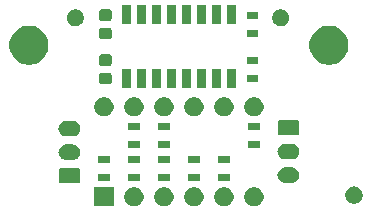
<source format=gbs>
G04 #@! TF.GenerationSoftware,KiCad,Pcbnew,(5.1.6)-1*
G04 #@! TF.CreationDate,2021-03-27T23:13:27-04:00*
G04 #@! TF.ProjectId,tm3130-2481bs,746d3331-3330-42d3-9234-383162732e6b,rev?*
G04 #@! TF.SameCoordinates,Original*
G04 #@! TF.FileFunction,Soldermask,Bot*
G04 #@! TF.FilePolarity,Negative*
%FSLAX46Y46*%
G04 Gerber Fmt 4.6, Leading zero omitted, Abs format (unit mm)*
G04 Created by KiCad (PCBNEW (5.1.6)-1) date 2021-03-27 23:13:27*
%MOMM*%
%LPD*%
G01*
G04 APERTURE LIST*
%ADD10C,0.100000*%
G04 APERTURE END LIST*
D10*
G36*
X141969142Y-56368242D02*
G01*
X142117101Y-56429529D01*
X142250255Y-56518499D01*
X142363501Y-56631745D01*
X142452471Y-56764899D01*
X142513758Y-56912858D01*
X142545000Y-57069925D01*
X142545000Y-57230075D01*
X142513758Y-57387142D01*
X142452471Y-57535101D01*
X142363501Y-57668255D01*
X142250255Y-57781501D01*
X142117101Y-57870471D01*
X141969142Y-57931758D01*
X141812075Y-57963000D01*
X141651925Y-57963000D01*
X141494858Y-57931758D01*
X141346899Y-57870471D01*
X141213745Y-57781501D01*
X141100499Y-57668255D01*
X141011529Y-57535101D01*
X140950242Y-57387142D01*
X140919000Y-57230075D01*
X140919000Y-57069925D01*
X140950242Y-56912858D01*
X141011529Y-56764899D01*
X141100499Y-56631745D01*
X141213745Y-56518499D01*
X141346899Y-56429529D01*
X141494858Y-56368242D01*
X141651925Y-56337000D01*
X141812075Y-56337000D01*
X141969142Y-56368242D01*
G37*
G36*
X139429142Y-56368242D02*
G01*
X139577101Y-56429529D01*
X139710255Y-56518499D01*
X139823501Y-56631745D01*
X139912471Y-56764899D01*
X139973758Y-56912858D01*
X140005000Y-57069925D01*
X140005000Y-57230075D01*
X139973758Y-57387142D01*
X139912471Y-57535101D01*
X139823501Y-57668255D01*
X139710255Y-57781501D01*
X139577101Y-57870471D01*
X139429142Y-57931758D01*
X139272075Y-57963000D01*
X139111925Y-57963000D01*
X138954858Y-57931758D01*
X138806899Y-57870471D01*
X138673745Y-57781501D01*
X138560499Y-57668255D01*
X138471529Y-57535101D01*
X138410242Y-57387142D01*
X138379000Y-57230075D01*
X138379000Y-57069925D01*
X138410242Y-56912858D01*
X138471529Y-56764899D01*
X138560499Y-56631745D01*
X138673745Y-56518499D01*
X138806899Y-56429529D01*
X138954858Y-56368242D01*
X139111925Y-56337000D01*
X139272075Y-56337000D01*
X139429142Y-56368242D01*
G37*
G36*
X129845000Y-57963000D02*
G01*
X128219000Y-57963000D01*
X128219000Y-56337000D01*
X129845000Y-56337000D01*
X129845000Y-57963000D01*
G37*
G36*
X131809142Y-56368242D02*
G01*
X131957101Y-56429529D01*
X132090255Y-56518499D01*
X132203501Y-56631745D01*
X132292471Y-56764899D01*
X132353758Y-56912858D01*
X132385000Y-57069925D01*
X132385000Y-57230075D01*
X132353758Y-57387142D01*
X132292471Y-57535101D01*
X132203501Y-57668255D01*
X132090255Y-57781501D01*
X131957101Y-57870471D01*
X131809142Y-57931758D01*
X131652075Y-57963000D01*
X131491925Y-57963000D01*
X131334858Y-57931758D01*
X131186899Y-57870471D01*
X131053745Y-57781501D01*
X130940499Y-57668255D01*
X130851529Y-57535101D01*
X130790242Y-57387142D01*
X130759000Y-57230075D01*
X130759000Y-57069925D01*
X130790242Y-56912858D01*
X130851529Y-56764899D01*
X130940499Y-56631745D01*
X131053745Y-56518499D01*
X131186899Y-56429529D01*
X131334858Y-56368242D01*
X131491925Y-56337000D01*
X131652075Y-56337000D01*
X131809142Y-56368242D01*
G37*
G36*
X136889142Y-56368242D02*
G01*
X137037101Y-56429529D01*
X137170255Y-56518499D01*
X137283501Y-56631745D01*
X137372471Y-56764899D01*
X137433758Y-56912858D01*
X137465000Y-57069925D01*
X137465000Y-57230075D01*
X137433758Y-57387142D01*
X137372471Y-57535101D01*
X137283501Y-57668255D01*
X137170255Y-57781501D01*
X137037101Y-57870471D01*
X136889142Y-57931758D01*
X136732075Y-57963000D01*
X136571925Y-57963000D01*
X136414858Y-57931758D01*
X136266899Y-57870471D01*
X136133745Y-57781501D01*
X136020499Y-57668255D01*
X135931529Y-57535101D01*
X135870242Y-57387142D01*
X135839000Y-57230075D01*
X135839000Y-57069925D01*
X135870242Y-56912858D01*
X135931529Y-56764899D01*
X136020499Y-56631745D01*
X136133745Y-56518499D01*
X136266899Y-56429529D01*
X136414858Y-56368242D01*
X136571925Y-56337000D01*
X136732075Y-56337000D01*
X136889142Y-56368242D01*
G37*
G36*
X134349142Y-56368242D02*
G01*
X134497101Y-56429529D01*
X134630255Y-56518499D01*
X134743501Y-56631745D01*
X134832471Y-56764899D01*
X134893758Y-56912858D01*
X134925000Y-57069925D01*
X134925000Y-57230075D01*
X134893758Y-57387142D01*
X134832471Y-57535101D01*
X134743501Y-57668255D01*
X134630255Y-57781501D01*
X134497101Y-57870471D01*
X134349142Y-57931758D01*
X134192075Y-57963000D01*
X134031925Y-57963000D01*
X133874858Y-57931758D01*
X133726899Y-57870471D01*
X133593745Y-57781501D01*
X133480499Y-57668255D01*
X133391529Y-57535101D01*
X133330242Y-57387142D01*
X133299000Y-57230075D01*
X133299000Y-57069925D01*
X133330242Y-56912858D01*
X133391529Y-56764899D01*
X133480499Y-56631745D01*
X133593745Y-56518499D01*
X133726899Y-56429529D01*
X133874858Y-56368242D01*
X134031925Y-56337000D01*
X134192075Y-56337000D01*
X134349142Y-56368242D01*
G37*
G36*
X150341246Y-56289912D02*
G01*
X150411183Y-56303823D01*
X150465759Y-56326429D01*
X150542942Y-56358399D01*
X150661522Y-56437632D01*
X150762368Y-56538478D01*
X150841601Y-56657058D01*
X150896177Y-56788818D01*
X150920851Y-56912858D01*
X150924000Y-56928692D01*
X150924000Y-57071308D01*
X150896177Y-57211183D01*
X150873571Y-57265759D01*
X150841601Y-57342942D01*
X150762368Y-57461522D01*
X150661522Y-57562368D01*
X150542942Y-57641601D01*
X150478588Y-57668257D01*
X150411183Y-57696177D01*
X150341246Y-57710088D01*
X150271309Y-57724000D01*
X150128691Y-57724000D01*
X150058754Y-57710088D01*
X149988817Y-57696177D01*
X149921412Y-57668257D01*
X149857058Y-57641601D01*
X149738478Y-57562368D01*
X149637632Y-57461522D01*
X149558399Y-57342942D01*
X149526429Y-57265759D01*
X149503823Y-57211183D01*
X149476000Y-57071308D01*
X149476000Y-56928692D01*
X149479150Y-56912858D01*
X149503823Y-56788818D01*
X149558399Y-56657058D01*
X149637632Y-56538478D01*
X149738478Y-56437632D01*
X149857058Y-56358399D01*
X149934241Y-56326429D01*
X149988817Y-56303823D01*
X150058754Y-56289912D01*
X150128691Y-56276000D01*
X150271309Y-56276000D01*
X150341246Y-56289912D01*
G37*
G36*
X126877242Y-54725404D02*
G01*
X126914337Y-54736657D01*
X126948515Y-54754925D01*
X126978481Y-54779519D01*
X127003075Y-54809485D01*
X127021343Y-54843663D01*
X127032596Y-54880758D01*
X127037000Y-54925474D01*
X127037000Y-55818526D01*
X127032596Y-55863242D01*
X127021343Y-55900337D01*
X127003075Y-55934515D01*
X126978481Y-55964481D01*
X126948515Y-55989075D01*
X126914337Y-56007343D01*
X126877242Y-56018596D01*
X126832526Y-56023000D01*
X125389474Y-56023000D01*
X125344758Y-56018596D01*
X125307663Y-56007343D01*
X125273485Y-55989075D01*
X125243519Y-55964481D01*
X125218925Y-55934515D01*
X125200657Y-55900337D01*
X125189404Y-55863242D01*
X125185000Y-55818526D01*
X125185000Y-54925474D01*
X125189404Y-54880758D01*
X125200657Y-54843663D01*
X125218925Y-54809485D01*
X125243519Y-54779519D01*
X125273485Y-54754925D01*
X125307663Y-54736657D01*
X125344758Y-54725404D01*
X125389474Y-54721000D01*
X126832526Y-54721000D01*
X126877242Y-54725404D01*
G37*
G36*
X144991855Y-54660140D02*
G01*
X145055618Y-54666420D01*
X145146404Y-54693960D01*
X145178336Y-54703646D01*
X145291425Y-54764094D01*
X145390554Y-54845446D01*
X145471906Y-54944575D01*
X145532354Y-55057664D01*
X145532355Y-55057668D01*
X145569580Y-55180382D01*
X145582149Y-55308000D01*
X145569580Y-55435618D01*
X145542040Y-55526404D01*
X145532354Y-55558336D01*
X145471906Y-55671425D01*
X145390554Y-55770554D01*
X145291425Y-55851906D01*
X145178336Y-55912354D01*
X145146404Y-55922040D01*
X145055618Y-55949580D01*
X144991855Y-55955860D01*
X144959974Y-55959000D01*
X144346026Y-55959000D01*
X144314145Y-55955860D01*
X144250382Y-55949580D01*
X144159596Y-55922040D01*
X144127664Y-55912354D01*
X144014575Y-55851906D01*
X143915446Y-55770554D01*
X143834094Y-55671425D01*
X143773646Y-55558336D01*
X143763960Y-55526404D01*
X143736420Y-55435618D01*
X143723851Y-55308000D01*
X143736420Y-55180382D01*
X143773645Y-55057668D01*
X143773646Y-55057664D01*
X143834094Y-54944575D01*
X143915446Y-54845446D01*
X144014575Y-54764094D01*
X144127664Y-54703646D01*
X144159596Y-54693960D01*
X144250382Y-54666420D01*
X144314145Y-54660140D01*
X144346026Y-54657000D01*
X144959974Y-54657000D01*
X144991855Y-54660140D01*
G37*
G36*
X129533000Y-55788000D02*
G01*
X128531000Y-55788000D01*
X128531000Y-55186000D01*
X129533000Y-55186000D01*
X129533000Y-55788000D01*
G37*
G36*
X132073000Y-55788000D02*
G01*
X131071000Y-55788000D01*
X131071000Y-55186000D01*
X132073000Y-55186000D01*
X132073000Y-55788000D01*
G37*
G36*
X134613000Y-55788000D02*
G01*
X133611000Y-55788000D01*
X133611000Y-55186000D01*
X134613000Y-55186000D01*
X134613000Y-55788000D01*
G37*
G36*
X137153000Y-55788000D02*
G01*
X136151000Y-55788000D01*
X136151000Y-55186000D01*
X137153000Y-55186000D01*
X137153000Y-55788000D01*
G37*
G36*
X139693000Y-55788000D02*
G01*
X138691000Y-55788000D01*
X138691000Y-55186000D01*
X139693000Y-55186000D01*
X139693000Y-55788000D01*
G37*
G36*
X134613000Y-54288000D02*
G01*
X133611000Y-54288000D01*
X133611000Y-53686000D01*
X134613000Y-53686000D01*
X134613000Y-54288000D01*
G37*
G36*
X139693000Y-54288000D02*
G01*
X138691000Y-54288000D01*
X138691000Y-53686000D01*
X139693000Y-53686000D01*
X139693000Y-54288000D01*
G37*
G36*
X129533000Y-54288000D02*
G01*
X128531000Y-54288000D01*
X128531000Y-53686000D01*
X129533000Y-53686000D01*
X129533000Y-54288000D01*
G37*
G36*
X132073000Y-54288000D02*
G01*
X131071000Y-54288000D01*
X131071000Y-53686000D01*
X132073000Y-53686000D01*
X132073000Y-54288000D01*
G37*
G36*
X137153000Y-54288000D02*
G01*
X136151000Y-54288000D01*
X136151000Y-53686000D01*
X137153000Y-53686000D01*
X137153000Y-54288000D01*
G37*
G36*
X126449855Y-52724140D02*
G01*
X126513618Y-52730420D01*
X126604404Y-52757960D01*
X126636336Y-52767646D01*
X126749425Y-52828094D01*
X126848554Y-52909446D01*
X126929906Y-53008575D01*
X126990354Y-53121664D01*
X126990355Y-53121668D01*
X127027580Y-53244382D01*
X127040149Y-53372000D01*
X127027580Y-53499618D01*
X127009769Y-53558332D01*
X126990354Y-53622336D01*
X126929906Y-53735425D01*
X126848554Y-53834554D01*
X126749425Y-53915906D01*
X126636336Y-53976354D01*
X126604404Y-53986040D01*
X126513618Y-54013580D01*
X126449855Y-54019860D01*
X126417974Y-54023000D01*
X125804026Y-54023000D01*
X125772145Y-54019860D01*
X125708382Y-54013580D01*
X125617596Y-53986040D01*
X125585664Y-53976354D01*
X125472575Y-53915906D01*
X125373446Y-53834554D01*
X125292094Y-53735425D01*
X125231646Y-53622336D01*
X125212231Y-53558332D01*
X125194420Y-53499618D01*
X125181851Y-53372000D01*
X125194420Y-53244382D01*
X125231645Y-53121668D01*
X125231646Y-53121664D01*
X125292094Y-53008575D01*
X125373446Y-52909446D01*
X125472575Y-52828094D01*
X125585664Y-52767646D01*
X125617596Y-52757960D01*
X125708382Y-52730420D01*
X125772145Y-52724140D01*
X125804026Y-52721000D01*
X126417974Y-52721000D01*
X126449855Y-52724140D01*
G37*
G36*
X144991855Y-52660140D02*
G01*
X145055618Y-52666420D01*
X145146404Y-52693960D01*
X145178336Y-52703646D01*
X145291425Y-52764094D01*
X145390554Y-52845446D01*
X145471906Y-52944575D01*
X145532354Y-53057664D01*
X145532355Y-53057668D01*
X145569580Y-53180382D01*
X145582149Y-53308000D01*
X145569580Y-53435618D01*
X145550166Y-53499616D01*
X145532354Y-53558336D01*
X145471906Y-53671425D01*
X145390554Y-53770554D01*
X145291425Y-53851906D01*
X145178336Y-53912354D01*
X145166626Y-53915906D01*
X145055618Y-53949580D01*
X144991855Y-53955860D01*
X144959974Y-53959000D01*
X144346026Y-53959000D01*
X144314145Y-53955860D01*
X144250382Y-53949580D01*
X144139374Y-53915906D01*
X144127664Y-53912354D01*
X144014575Y-53851906D01*
X143915446Y-53770554D01*
X143834094Y-53671425D01*
X143773646Y-53558336D01*
X143755834Y-53499616D01*
X143736420Y-53435618D01*
X143723851Y-53308000D01*
X143736420Y-53180382D01*
X143773645Y-53057668D01*
X143773646Y-53057664D01*
X143834094Y-52944575D01*
X143915446Y-52845446D01*
X144014575Y-52764094D01*
X144127664Y-52703646D01*
X144159596Y-52693960D01*
X144250382Y-52666420D01*
X144314145Y-52660140D01*
X144346026Y-52657000D01*
X144959974Y-52657000D01*
X144991855Y-52660140D01*
G37*
G36*
X142233000Y-52994000D02*
G01*
X141231000Y-52994000D01*
X141231000Y-52392000D01*
X142233000Y-52392000D01*
X142233000Y-52994000D01*
G37*
G36*
X132073000Y-52994000D02*
G01*
X131071000Y-52994000D01*
X131071000Y-52392000D01*
X132073000Y-52392000D01*
X132073000Y-52994000D01*
G37*
G36*
X134613000Y-52994000D02*
G01*
X133611000Y-52994000D01*
X133611000Y-52392000D01*
X134613000Y-52392000D01*
X134613000Y-52994000D01*
G37*
G36*
X126449855Y-50724140D02*
G01*
X126513618Y-50730420D01*
X126563280Y-50745485D01*
X126636336Y-50767646D01*
X126749425Y-50828094D01*
X126848554Y-50909446D01*
X126929906Y-51008575D01*
X126990354Y-51121664D01*
X126990355Y-51121668D01*
X127027580Y-51244382D01*
X127040149Y-51372000D01*
X127027580Y-51499618D01*
X127000040Y-51590404D01*
X126990354Y-51622336D01*
X126929906Y-51735425D01*
X126848554Y-51834554D01*
X126749425Y-51915906D01*
X126636336Y-51976354D01*
X126604404Y-51986040D01*
X126513618Y-52013580D01*
X126449855Y-52019860D01*
X126417974Y-52023000D01*
X125804026Y-52023000D01*
X125772145Y-52019860D01*
X125708382Y-52013580D01*
X125617596Y-51986040D01*
X125585664Y-51976354D01*
X125472575Y-51915906D01*
X125373446Y-51834554D01*
X125292094Y-51735425D01*
X125231646Y-51622336D01*
X125221960Y-51590404D01*
X125194420Y-51499618D01*
X125181851Y-51372000D01*
X125194420Y-51244382D01*
X125231645Y-51121668D01*
X125231646Y-51121664D01*
X125292094Y-51008575D01*
X125373446Y-50909446D01*
X125472575Y-50828094D01*
X125585664Y-50767646D01*
X125658720Y-50745485D01*
X125708382Y-50730420D01*
X125772145Y-50724140D01*
X125804026Y-50721000D01*
X126417974Y-50721000D01*
X126449855Y-50724140D01*
G37*
G36*
X145419242Y-50661404D02*
G01*
X145456337Y-50672657D01*
X145490515Y-50690925D01*
X145520481Y-50715519D01*
X145545075Y-50745485D01*
X145563343Y-50779663D01*
X145574596Y-50816758D01*
X145579000Y-50861474D01*
X145579000Y-51754526D01*
X145574596Y-51799242D01*
X145563343Y-51836337D01*
X145545075Y-51870515D01*
X145520481Y-51900481D01*
X145490515Y-51925075D01*
X145456337Y-51943343D01*
X145419242Y-51954596D01*
X145374526Y-51959000D01*
X143931474Y-51959000D01*
X143886758Y-51954596D01*
X143849663Y-51943343D01*
X143815485Y-51925075D01*
X143785519Y-51900481D01*
X143760925Y-51870515D01*
X143742657Y-51836337D01*
X143731404Y-51799242D01*
X143727000Y-51754526D01*
X143727000Y-50861474D01*
X143731404Y-50816758D01*
X143742657Y-50779663D01*
X143760925Y-50745485D01*
X143785519Y-50715519D01*
X143815485Y-50690925D01*
X143849663Y-50672657D01*
X143886758Y-50661404D01*
X143931474Y-50657000D01*
X145374526Y-50657000D01*
X145419242Y-50661404D01*
G37*
G36*
X132073000Y-51494000D02*
G01*
X131071000Y-51494000D01*
X131071000Y-50892000D01*
X132073000Y-50892000D01*
X132073000Y-51494000D01*
G37*
G36*
X142233000Y-51494000D02*
G01*
X141231000Y-51494000D01*
X141231000Y-50892000D01*
X142233000Y-50892000D01*
X142233000Y-51494000D01*
G37*
G36*
X134613000Y-51494000D02*
G01*
X133611000Y-51494000D01*
X133611000Y-50892000D01*
X134613000Y-50892000D01*
X134613000Y-51494000D01*
G37*
G36*
X131809142Y-48748242D02*
G01*
X131957101Y-48809529D01*
X132090255Y-48898499D01*
X132203501Y-49011745D01*
X132292471Y-49144899D01*
X132353758Y-49292858D01*
X132385000Y-49449925D01*
X132385000Y-49610075D01*
X132353758Y-49767142D01*
X132292471Y-49915101D01*
X132203501Y-50048255D01*
X132090255Y-50161501D01*
X131957101Y-50250471D01*
X131809142Y-50311758D01*
X131652075Y-50343000D01*
X131491925Y-50343000D01*
X131334858Y-50311758D01*
X131186899Y-50250471D01*
X131053745Y-50161501D01*
X130940499Y-50048255D01*
X130851529Y-49915101D01*
X130790242Y-49767142D01*
X130759000Y-49610075D01*
X130759000Y-49449925D01*
X130790242Y-49292858D01*
X130851529Y-49144899D01*
X130940499Y-49011745D01*
X131053745Y-48898499D01*
X131186899Y-48809529D01*
X131334858Y-48748242D01*
X131491925Y-48717000D01*
X131652075Y-48717000D01*
X131809142Y-48748242D01*
G37*
G36*
X134349142Y-48748242D02*
G01*
X134497101Y-48809529D01*
X134630255Y-48898499D01*
X134743501Y-49011745D01*
X134832471Y-49144899D01*
X134893758Y-49292858D01*
X134925000Y-49449925D01*
X134925000Y-49610075D01*
X134893758Y-49767142D01*
X134832471Y-49915101D01*
X134743501Y-50048255D01*
X134630255Y-50161501D01*
X134497101Y-50250471D01*
X134349142Y-50311758D01*
X134192075Y-50343000D01*
X134031925Y-50343000D01*
X133874858Y-50311758D01*
X133726899Y-50250471D01*
X133593745Y-50161501D01*
X133480499Y-50048255D01*
X133391529Y-49915101D01*
X133330242Y-49767142D01*
X133299000Y-49610075D01*
X133299000Y-49449925D01*
X133330242Y-49292858D01*
X133391529Y-49144899D01*
X133480499Y-49011745D01*
X133593745Y-48898499D01*
X133726899Y-48809529D01*
X133874858Y-48748242D01*
X134031925Y-48717000D01*
X134192075Y-48717000D01*
X134349142Y-48748242D01*
G37*
G36*
X129269142Y-48748242D02*
G01*
X129417101Y-48809529D01*
X129550255Y-48898499D01*
X129663501Y-49011745D01*
X129752471Y-49144899D01*
X129813758Y-49292858D01*
X129845000Y-49449925D01*
X129845000Y-49610075D01*
X129813758Y-49767142D01*
X129752471Y-49915101D01*
X129663501Y-50048255D01*
X129550255Y-50161501D01*
X129417101Y-50250471D01*
X129269142Y-50311758D01*
X129112075Y-50343000D01*
X128951925Y-50343000D01*
X128794858Y-50311758D01*
X128646899Y-50250471D01*
X128513745Y-50161501D01*
X128400499Y-50048255D01*
X128311529Y-49915101D01*
X128250242Y-49767142D01*
X128219000Y-49610075D01*
X128219000Y-49449925D01*
X128250242Y-49292858D01*
X128311529Y-49144899D01*
X128400499Y-49011745D01*
X128513745Y-48898499D01*
X128646899Y-48809529D01*
X128794858Y-48748242D01*
X128951925Y-48717000D01*
X129112075Y-48717000D01*
X129269142Y-48748242D01*
G37*
G36*
X139429142Y-48748242D02*
G01*
X139577101Y-48809529D01*
X139710255Y-48898499D01*
X139823501Y-49011745D01*
X139912471Y-49144899D01*
X139973758Y-49292858D01*
X140005000Y-49449925D01*
X140005000Y-49610075D01*
X139973758Y-49767142D01*
X139912471Y-49915101D01*
X139823501Y-50048255D01*
X139710255Y-50161501D01*
X139577101Y-50250471D01*
X139429142Y-50311758D01*
X139272075Y-50343000D01*
X139111925Y-50343000D01*
X138954858Y-50311758D01*
X138806899Y-50250471D01*
X138673745Y-50161501D01*
X138560499Y-50048255D01*
X138471529Y-49915101D01*
X138410242Y-49767142D01*
X138379000Y-49610075D01*
X138379000Y-49449925D01*
X138410242Y-49292858D01*
X138471529Y-49144899D01*
X138560499Y-49011745D01*
X138673745Y-48898499D01*
X138806899Y-48809529D01*
X138954858Y-48748242D01*
X139111925Y-48717000D01*
X139272075Y-48717000D01*
X139429142Y-48748242D01*
G37*
G36*
X141969142Y-48748242D02*
G01*
X142117101Y-48809529D01*
X142250255Y-48898499D01*
X142363501Y-49011745D01*
X142452471Y-49144899D01*
X142513758Y-49292858D01*
X142545000Y-49449925D01*
X142545000Y-49610075D01*
X142513758Y-49767142D01*
X142452471Y-49915101D01*
X142363501Y-50048255D01*
X142250255Y-50161501D01*
X142117101Y-50250471D01*
X141969142Y-50311758D01*
X141812075Y-50343000D01*
X141651925Y-50343000D01*
X141494858Y-50311758D01*
X141346899Y-50250471D01*
X141213745Y-50161501D01*
X141100499Y-50048255D01*
X141011529Y-49915101D01*
X140950242Y-49767142D01*
X140919000Y-49610075D01*
X140919000Y-49449925D01*
X140950242Y-49292858D01*
X141011529Y-49144899D01*
X141100499Y-49011745D01*
X141213745Y-48898499D01*
X141346899Y-48809529D01*
X141494858Y-48748242D01*
X141651925Y-48717000D01*
X141812075Y-48717000D01*
X141969142Y-48748242D01*
G37*
G36*
X136889142Y-48748242D02*
G01*
X137037101Y-48809529D01*
X137170255Y-48898499D01*
X137283501Y-49011745D01*
X137372471Y-49144899D01*
X137433758Y-49292858D01*
X137465000Y-49449925D01*
X137465000Y-49610075D01*
X137433758Y-49767142D01*
X137372471Y-49915101D01*
X137283501Y-50048255D01*
X137170255Y-50161501D01*
X137037101Y-50250471D01*
X136889142Y-50311758D01*
X136732075Y-50343000D01*
X136571925Y-50343000D01*
X136414858Y-50311758D01*
X136266899Y-50250471D01*
X136133745Y-50161501D01*
X136020499Y-50048255D01*
X135931529Y-49915101D01*
X135870242Y-49767142D01*
X135839000Y-49610075D01*
X135839000Y-49449925D01*
X135870242Y-49292858D01*
X135931529Y-49144899D01*
X136020499Y-49011745D01*
X136133745Y-48898499D01*
X136266899Y-48809529D01*
X136414858Y-48748242D01*
X136571925Y-48717000D01*
X136732075Y-48717000D01*
X136889142Y-48748242D01*
G37*
G36*
X135098000Y-47951000D02*
G01*
X134396000Y-47951000D01*
X134396000Y-46349000D01*
X135098000Y-46349000D01*
X135098000Y-47951000D01*
G37*
G36*
X133828000Y-47951000D02*
G01*
X133126000Y-47951000D01*
X133126000Y-46349000D01*
X133828000Y-46349000D01*
X133828000Y-47951000D01*
G37*
G36*
X132558000Y-47951000D02*
G01*
X131856000Y-47951000D01*
X131856000Y-46349000D01*
X132558000Y-46349000D01*
X132558000Y-47951000D01*
G37*
G36*
X131288000Y-47951000D02*
G01*
X130586000Y-47951000D01*
X130586000Y-46349000D01*
X131288000Y-46349000D01*
X131288000Y-47951000D01*
G37*
G36*
X140178000Y-47951000D02*
G01*
X139476000Y-47951000D01*
X139476000Y-46349000D01*
X140178000Y-46349000D01*
X140178000Y-47951000D01*
G37*
G36*
X136368000Y-47951000D02*
G01*
X135666000Y-47951000D01*
X135666000Y-46349000D01*
X136368000Y-46349000D01*
X136368000Y-47951000D01*
G37*
G36*
X137638000Y-47951000D02*
G01*
X136936000Y-47951000D01*
X136936000Y-46349000D01*
X137638000Y-46349000D01*
X137638000Y-47951000D01*
G37*
G36*
X138908000Y-47951000D02*
G01*
X138206000Y-47951000D01*
X138206000Y-46349000D01*
X138908000Y-46349000D01*
X138908000Y-47951000D01*
G37*
G36*
X129538591Y-46658085D02*
G01*
X129572569Y-46668393D01*
X129603890Y-46685134D01*
X129631339Y-46707661D01*
X129653866Y-46735110D01*
X129670607Y-46766431D01*
X129680915Y-46800409D01*
X129685000Y-46841890D01*
X129685000Y-47443110D01*
X129680915Y-47484591D01*
X129670607Y-47518569D01*
X129653866Y-47549890D01*
X129631339Y-47577339D01*
X129603890Y-47599866D01*
X129572569Y-47616607D01*
X129538591Y-47626915D01*
X129497110Y-47631000D01*
X128820890Y-47631000D01*
X128779409Y-47626915D01*
X128745431Y-47616607D01*
X128714110Y-47599866D01*
X128686661Y-47577339D01*
X128664134Y-47549890D01*
X128647393Y-47518569D01*
X128637085Y-47484591D01*
X128633000Y-47443110D01*
X128633000Y-46841890D01*
X128637085Y-46800409D01*
X128647393Y-46766431D01*
X128664134Y-46735110D01*
X128686661Y-46707661D01*
X128714110Y-46685134D01*
X128745431Y-46668393D01*
X128779409Y-46658085D01*
X128820890Y-46654000D01*
X129497110Y-46654000D01*
X129538591Y-46658085D01*
G37*
G36*
X142106000Y-47406000D02*
G01*
X141104000Y-47406000D01*
X141104000Y-46804000D01*
X142106000Y-46804000D01*
X142106000Y-47406000D01*
G37*
G36*
X129538591Y-45083085D02*
G01*
X129572569Y-45093393D01*
X129603890Y-45110134D01*
X129631339Y-45132661D01*
X129653866Y-45160110D01*
X129670607Y-45191431D01*
X129680915Y-45225409D01*
X129685000Y-45266890D01*
X129685000Y-45868110D01*
X129680915Y-45909591D01*
X129670607Y-45943569D01*
X129653866Y-45974890D01*
X129631339Y-46002339D01*
X129603890Y-46024866D01*
X129572569Y-46041607D01*
X129538591Y-46051915D01*
X129497110Y-46056000D01*
X128820890Y-46056000D01*
X128779409Y-46051915D01*
X128745431Y-46041607D01*
X128714110Y-46024866D01*
X128686661Y-46002339D01*
X128664134Y-45974890D01*
X128647393Y-45943569D01*
X128637085Y-45909591D01*
X128633000Y-45868110D01*
X128633000Y-45266890D01*
X128637085Y-45225409D01*
X128647393Y-45191431D01*
X128664134Y-45160110D01*
X128686661Y-45132661D01*
X128714110Y-45110134D01*
X128745431Y-45093393D01*
X128779409Y-45083085D01*
X128820890Y-45079000D01*
X129497110Y-45079000D01*
X129538591Y-45083085D01*
G37*
G36*
X123057256Y-42714298D02*
G01*
X123163579Y-42735447D01*
X123464042Y-42859903D01*
X123734451Y-43040585D01*
X123964415Y-43270549D01*
X124145097Y-43540958D01*
X124269553Y-43841421D01*
X124333000Y-44160391D01*
X124333000Y-44485609D01*
X124269553Y-44804579D01*
X124145097Y-45105042D01*
X123964415Y-45375451D01*
X123734451Y-45605415D01*
X123464042Y-45786097D01*
X123163579Y-45910553D01*
X123057256Y-45931702D01*
X122844611Y-45974000D01*
X122519389Y-45974000D01*
X122306744Y-45931702D01*
X122200421Y-45910553D01*
X121899958Y-45786097D01*
X121629549Y-45605415D01*
X121399585Y-45375451D01*
X121218903Y-45105042D01*
X121094447Y-44804579D01*
X121031000Y-44485609D01*
X121031000Y-44160391D01*
X121094447Y-43841421D01*
X121218903Y-43540958D01*
X121399585Y-43270549D01*
X121629549Y-43040585D01*
X121899958Y-42859903D01*
X122200421Y-42735447D01*
X122306744Y-42714298D01*
X122519389Y-42672000D01*
X122844611Y-42672000D01*
X123057256Y-42714298D01*
G37*
G36*
X148457256Y-42714298D02*
G01*
X148563579Y-42735447D01*
X148864042Y-42859903D01*
X149134451Y-43040585D01*
X149364415Y-43270549D01*
X149545097Y-43540958D01*
X149669553Y-43841421D01*
X149733000Y-44160391D01*
X149733000Y-44485609D01*
X149669553Y-44804579D01*
X149545097Y-45105042D01*
X149364415Y-45375451D01*
X149134451Y-45605415D01*
X148864042Y-45786097D01*
X148563579Y-45910553D01*
X148457256Y-45931702D01*
X148244611Y-45974000D01*
X147919389Y-45974000D01*
X147706744Y-45931702D01*
X147600421Y-45910553D01*
X147299958Y-45786097D01*
X147029549Y-45605415D01*
X146799585Y-45375451D01*
X146618903Y-45105042D01*
X146494447Y-44804579D01*
X146431000Y-44485609D01*
X146431000Y-44160391D01*
X146494447Y-43841421D01*
X146618903Y-43540958D01*
X146799585Y-43270549D01*
X147029549Y-43040585D01*
X147299958Y-42859903D01*
X147600421Y-42735447D01*
X147706744Y-42714298D01*
X147919389Y-42672000D01*
X148244611Y-42672000D01*
X148457256Y-42714298D01*
G37*
G36*
X142106000Y-45906000D02*
G01*
X141104000Y-45906000D01*
X141104000Y-45304000D01*
X142106000Y-45304000D01*
X142106000Y-45906000D01*
G37*
G36*
X129538591Y-42848085D02*
G01*
X129572569Y-42858393D01*
X129603890Y-42875134D01*
X129631339Y-42897661D01*
X129653866Y-42925110D01*
X129670607Y-42956431D01*
X129680915Y-42990409D01*
X129685000Y-43031890D01*
X129685000Y-43633110D01*
X129680915Y-43674591D01*
X129670607Y-43708569D01*
X129653866Y-43739890D01*
X129631339Y-43767339D01*
X129603890Y-43789866D01*
X129572569Y-43806607D01*
X129538591Y-43816915D01*
X129497110Y-43821000D01*
X128820890Y-43821000D01*
X128779409Y-43816915D01*
X128745431Y-43806607D01*
X128714110Y-43789866D01*
X128686661Y-43767339D01*
X128664134Y-43739890D01*
X128647393Y-43708569D01*
X128637085Y-43674591D01*
X128633000Y-43633110D01*
X128633000Y-43031890D01*
X128637085Y-42990409D01*
X128647393Y-42956431D01*
X128664134Y-42925110D01*
X128686661Y-42897661D01*
X128714110Y-42875134D01*
X128745431Y-42858393D01*
X128779409Y-42848085D01*
X128820890Y-42844000D01*
X129497110Y-42844000D01*
X129538591Y-42848085D01*
G37*
G36*
X142106000Y-43596000D02*
G01*
X141104000Y-43596000D01*
X141104000Y-42994000D01*
X142106000Y-42994000D01*
X142106000Y-43596000D01*
G37*
G36*
X126708475Y-41283393D02*
G01*
X126811183Y-41303823D01*
X126826491Y-41310164D01*
X126942942Y-41358399D01*
X127061522Y-41437632D01*
X127162368Y-41538478D01*
X127241601Y-41657058D01*
X127296177Y-41788818D01*
X127324000Y-41928691D01*
X127324000Y-42071309D01*
X127318374Y-42099591D01*
X127297440Y-42204836D01*
X127296177Y-42211182D01*
X127241601Y-42342942D01*
X127162368Y-42461522D01*
X127061522Y-42562368D01*
X126942942Y-42641601D01*
X126869551Y-42672000D01*
X126811183Y-42696177D01*
X126741246Y-42710088D01*
X126671309Y-42724000D01*
X126528691Y-42724000D01*
X126458755Y-42710089D01*
X126388817Y-42696177D01*
X126330449Y-42672000D01*
X126257058Y-42641601D01*
X126138478Y-42562368D01*
X126037632Y-42461522D01*
X125958399Y-42342942D01*
X125903823Y-42211182D01*
X125902561Y-42204836D01*
X125881626Y-42099591D01*
X125876000Y-42071309D01*
X125876000Y-41928691D01*
X125903823Y-41788818D01*
X125958399Y-41657058D01*
X126037632Y-41538478D01*
X126138478Y-41437632D01*
X126257058Y-41358399D01*
X126373509Y-41310164D01*
X126388817Y-41303823D01*
X126491525Y-41283393D01*
X126528691Y-41276000D01*
X126671309Y-41276000D01*
X126708475Y-41283393D01*
G37*
G36*
X144108475Y-41283393D02*
G01*
X144211183Y-41303823D01*
X144226491Y-41310164D01*
X144342942Y-41358399D01*
X144461522Y-41437632D01*
X144562368Y-41538478D01*
X144641601Y-41657058D01*
X144696177Y-41788818D01*
X144724000Y-41928691D01*
X144724000Y-42071309D01*
X144718374Y-42099591D01*
X144697440Y-42204836D01*
X144696177Y-42211182D01*
X144641601Y-42342942D01*
X144562368Y-42461522D01*
X144461522Y-42562368D01*
X144342942Y-42641601D01*
X144269551Y-42672000D01*
X144211183Y-42696177D01*
X144141246Y-42710088D01*
X144071309Y-42724000D01*
X143928691Y-42724000D01*
X143858755Y-42710089D01*
X143788817Y-42696177D01*
X143730449Y-42672000D01*
X143657058Y-42641601D01*
X143538478Y-42562368D01*
X143437632Y-42461522D01*
X143358399Y-42342942D01*
X143303823Y-42211182D01*
X143302561Y-42204836D01*
X143281626Y-42099591D01*
X143276000Y-42071309D01*
X143276000Y-41928691D01*
X143303823Y-41788818D01*
X143358399Y-41657058D01*
X143437632Y-41538478D01*
X143538478Y-41437632D01*
X143657058Y-41358399D01*
X143773509Y-41310164D01*
X143788817Y-41303823D01*
X143891525Y-41283393D01*
X143928691Y-41276000D01*
X144071309Y-41276000D01*
X144108475Y-41283393D01*
G37*
G36*
X136368000Y-42551000D02*
G01*
X135666000Y-42551000D01*
X135666000Y-40949000D01*
X136368000Y-40949000D01*
X136368000Y-42551000D01*
G37*
G36*
X131288000Y-42551000D02*
G01*
X130586000Y-42551000D01*
X130586000Y-40949000D01*
X131288000Y-40949000D01*
X131288000Y-42551000D01*
G37*
G36*
X132558000Y-42551000D02*
G01*
X131856000Y-42551000D01*
X131856000Y-40949000D01*
X132558000Y-40949000D01*
X132558000Y-42551000D01*
G37*
G36*
X133828000Y-42551000D02*
G01*
X133126000Y-42551000D01*
X133126000Y-40949000D01*
X133828000Y-40949000D01*
X133828000Y-42551000D01*
G37*
G36*
X135098000Y-42551000D02*
G01*
X134396000Y-42551000D01*
X134396000Y-40949000D01*
X135098000Y-40949000D01*
X135098000Y-42551000D01*
G37*
G36*
X137638000Y-42551000D02*
G01*
X136936000Y-42551000D01*
X136936000Y-40949000D01*
X137638000Y-40949000D01*
X137638000Y-42551000D01*
G37*
G36*
X138908000Y-42551000D02*
G01*
X138206000Y-42551000D01*
X138206000Y-40949000D01*
X138908000Y-40949000D01*
X138908000Y-42551000D01*
G37*
G36*
X140178000Y-42551000D02*
G01*
X139476000Y-42551000D01*
X139476000Y-40949000D01*
X140178000Y-40949000D01*
X140178000Y-42551000D01*
G37*
G36*
X129538591Y-41273085D02*
G01*
X129572569Y-41283393D01*
X129603890Y-41300134D01*
X129631339Y-41322661D01*
X129653866Y-41350110D01*
X129670607Y-41381431D01*
X129680915Y-41415409D01*
X129685000Y-41456890D01*
X129685000Y-42058110D01*
X129680915Y-42099591D01*
X129670607Y-42133569D01*
X129653866Y-42164890D01*
X129631339Y-42192339D01*
X129603890Y-42214866D01*
X129572569Y-42231607D01*
X129538591Y-42241915D01*
X129497110Y-42246000D01*
X128820890Y-42246000D01*
X128779409Y-42241915D01*
X128745431Y-42231607D01*
X128714110Y-42214866D01*
X128686661Y-42192339D01*
X128664134Y-42164890D01*
X128647393Y-42133569D01*
X128637085Y-42099591D01*
X128633000Y-42058110D01*
X128633000Y-41456890D01*
X128637085Y-41415409D01*
X128647393Y-41381431D01*
X128664134Y-41350110D01*
X128686661Y-41322661D01*
X128714110Y-41300134D01*
X128745431Y-41283393D01*
X128779409Y-41273085D01*
X128820890Y-41269000D01*
X129497110Y-41269000D01*
X129538591Y-41273085D01*
G37*
G36*
X142106000Y-42096000D02*
G01*
X141104000Y-42096000D01*
X141104000Y-41494000D01*
X142106000Y-41494000D01*
X142106000Y-42096000D01*
G37*
M02*

</source>
